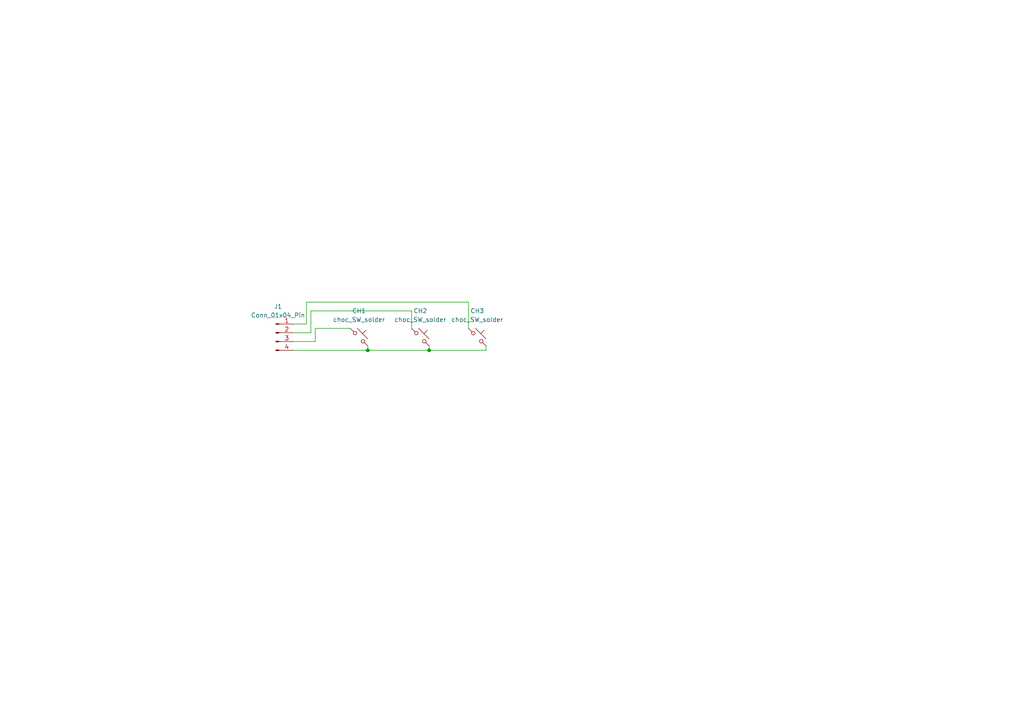
<source format=kicad_sch>
(kicad_sch (version 20230121) (generator eeschema)

  (uuid 19d20889-3562-4847-a775-636c399da5ee)

  (paper "A4")

  (lib_symbols
    (symbol "Connector:Conn_01x04_Pin" (pin_names (offset 1.016) hide) (in_bom yes) (on_board yes)
      (property "Reference" "J" (at 0 5.08 0)
        (effects (font (size 1.27 1.27)))
      )
      (property "Value" "Conn_01x04_Pin" (at 0 -7.62 0)
        (effects (font (size 1.27 1.27)))
      )
      (property "Footprint" "" (at 0 0 0)
        (effects (font (size 1.27 1.27)) hide)
      )
      (property "Datasheet" "~" (at 0 0 0)
        (effects (font (size 1.27 1.27)) hide)
      )
      (property "ki_locked" "" (at 0 0 0)
        (effects (font (size 1.27 1.27)))
      )
      (property "ki_keywords" "connector" (at 0 0 0)
        (effects (font (size 1.27 1.27)) hide)
      )
      (property "ki_description" "Generic connector, single row, 01x04, script generated" (at 0 0 0)
        (effects (font (size 1.27 1.27)) hide)
      )
      (property "ki_fp_filters" "Connector*:*_1x??_*" (at 0 0 0)
        (effects (font (size 1.27 1.27)) hide)
      )
      (symbol "Conn_01x04_Pin_1_1"
        (polyline
          (pts
            (xy 1.27 -5.08)
            (xy 0.8636 -5.08)
          )
          (stroke (width 0.1524) (type default))
          (fill (type none))
        )
        (polyline
          (pts
            (xy 1.27 -2.54)
            (xy 0.8636 -2.54)
          )
          (stroke (width 0.1524) (type default))
          (fill (type none))
        )
        (polyline
          (pts
            (xy 1.27 0)
            (xy 0.8636 0)
          )
          (stroke (width 0.1524) (type default))
          (fill (type none))
        )
        (polyline
          (pts
            (xy 1.27 2.54)
            (xy 0.8636 2.54)
          )
          (stroke (width 0.1524) (type default))
          (fill (type none))
        )
        (rectangle (start 0.8636 -4.953) (end 0 -5.207)
          (stroke (width 0.1524) (type default))
          (fill (type outline))
        )
        (rectangle (start 0.8636 -2.413) (end 0 -2.667)
          (stroke (width 0.1524) (type default))
          (fill (type outline))
        )
        (rectangle (start 0.8636 0.127) (end 0 -0.127)
          (stroke (width 0.1524) (type default))
          (fill (type outline))
        )
        (rectangle (start 0.8636 2.667) (end 0 2.413)
          (stroke (width 0.1524) (type default))
          (fill (type outline))
        )
        (pin passive line (at 5.08 2.54 180) (length 3.81)
          (name "Pin_1" (effects (font (size 1.27 1.27))))
          (number "1" (effects (font (size 1.27 1.27))))
        )
        (pin passive line (at 5.08 0 180) (length 3.81)
          (name "Pin_2" (effects (font (size 1.27 1.27))))
          (number "2" (effects (font (size 1.27 1.27))))
        )
        (pin passive line (at 5.08 -2.54 180) (length 3.81)
          (name "Pin_3" (effects (font (size 1.27 1.27))))
          (number "3" (effects (font (size 1.27 1.27))))
        )
        (pin passive line (at 5.08 -5.08 180) (length 3.81)
          (name "Pin_4" (effects (font (size 1.27 1.27))))
          (number "4" (effects (font (size 1.27 1.27))))
        )
      )
    )
    (symbol "PCM_marbastlib-choc:choc_SW_solder" (pin_numbers hide) (pin_names (offset 1.016) hide) (in_bom yes) (on_board yes)
      (property "Reference" "CH" (at 3.048 1.016 0)
        (effects (font (size 1.27 1.27)) (justify left))
      )
      (property "Value" "choc_SW_solder" (at 0 -3.81 0)
        (effects (font (size 1.27 1.27)))
      )
      (property "Footprint" "PCM_marbastlib-choc:SW_choc_v1_1u" (at 0 0 0)
        (effects (font (size 1.27 1.27)) hide)
      )
      (property "Datasheet" "~" (at 0 0 0)
        (effects (font (size 1.27 1.27)) hide)
      )
      (property "ki_keywords" "switch normally-open pushbutton push-button" (at 0 0 0)
        (effects (font (size 1.27 1.27)) hide)
      )
      (property "ki_description" "Push button switch, normally open, two pins, 45° tilted" (at 0 0 0)
        (effects (font (size 1.27 1.27)) hide)
      )
      (symbol "choc_SW_solder_0_1"
        (circle (center -1.1684 1.1684) (radius 0.508)
          (stroke (width 0) (type default))
          (fill (type none))
        )
        (polyline
          (pts
            (xy -0.508 2.54)
            (xy 2.54 -0.508)
          )
          (stroke (width 0) (type default))
          (fill (type none))
        )
        (polyline
          (pts
            (xy 1.016 1.016)
            (xy 2.032 2.032)
          )
          (stroke (width 0) (type default))
          (fill (type none))
        )
        (polyline
          (pts
            (xy -2.54 2.54)
            (xy -1.524 1.524)
            (xy -1.524 1.524)
          )
          (stroke (width 0) (type default))
          (fill (type none))
        )
        (polyline
          (pts
            (xy 1.524 -1.524)
            (xy 2.54 -2.54)
            (xy 2.54 -2.54)
            (xy 2.54 -2.54)
          )
          (stroke (width 0) (type default))
          (fill (type none))
        )
        (circle (center 1.143 -1.1938) (radius 0.508)
          (stroke (width 0) (type default))
          (fill (type none))
        )
        (pin passive line (at -2.54 2.54 0) (length 0)
          (name "1" (effects (font (size 1.27 1.27))))
          (number "1" (effects (font (size 1.27 1.27))))
        )
        (pin passive line (at 2.54 -2.54 180) (length 0)
          (name "2" (effects (font (size 1.27 1.27))))
          (number "2" (effects (font (size 1.27 1.27))))
        )
      )
    )
  )

  (junction (at 106.68 101.6) (diameter 0) (color 0 0 0 0)
    (uuid 580bd0e4-ddf4-4e4e-b7e5-b4cf2a00476e)
  )
  (junction (at 124.46 101.6) (diameter 0) (color 0 0 0 0)
    (uuid 984f4e21-7655-41b6-a570-33572ae00af5)
  )

  (wire (pts (xy 106.68 101.6) (xy 106.68 100.33))
    (stroke (width 0) (type default))
    (uuid 0c92b4c0-371b-4fd5-a5d9-90e8bd5d2f45)
  )
  (wire (pts (xy 124.46 101.6) (xy 140.97 101.6))
    (stroke (width 0) (type default))
    (uuid 1a524e19-2ec9-4dd3-a6e2-3130753de4d7)
  )
  (wire (pts (xy 101.6 95.25) (xy 91.44 95.25))
    (stroke (width 0) (type default))
    (uuid 2c6ada92-3350-411f-959d-01ccb9ecccaf)
  )
  (wire (pts (xy 91.44 99.06) (xy 85.09 99.06))
    (stroke (width 0) (type default))
    (uuid 352dd76f-f427-4e52-95d9-7e10ba09d37d)
  )
  (wire (pts (xy 106.68 101.6) (xy 124.46 101.6))
    (stroke (width 0) (type default))
    (uuid 3c89bd96-5ed2-472f-8b81-cded813de999)
  )
  (wire (pts (xy 119.38 90.17) (xy 90.17 90.17))
    (stroke (width 0) (type default))
    (uuid 4a5bb662-4a7d-438a-9444-52ee36a0d080)
  )
  (wire (pts (xy 90.17 96.52) (xy 85.09 96.52))
    (stroke (width 0) (type default))
    (uuid 4f494b64-e470-4714-8c82-d6763d7df561)
  )
  (wire (pts (xy 85.09 101.6) (xy 106.68 101.6))
    (stroke (width 0) (type default))
    (uuid 558f1cad-1075-41a1-b300-1852894e4ef4)
  )
  (wire (pts (xy 135.89 87.63) (xy 88.9 87.63))
    (stroke (width 0) (type default))
    (uuid 57986fb1-eb5a-45d1-92c2-f33b16a17925)
  )
  (wire (pts (xy 90.17 90.17) (xy 90.17 96.52))
    (stroke (width 0) (type default))
    (uuid 6fb60098-db04-4774-95b1-1d4f18928113)
  )
  (wire (pts (xy 88.9 87.63) (xy 88.9 93.98))
    (stroke (width 0) (type default))
    (uuid 8aa94573-c3db-45cf-8d20-6e724879382c)
  )
  (wire (pts (xy 135.89 95.25) (xy 135.89 87.63))
    (stroke (width 0) (type default))
    (uuid a4d1d362-44c0-4214-af61-6627b02332d5)
  )
  (wire (pts (xy 124.46 101.6) (xy 124.46 100.33))
    (stroke (width 0) (type default))
    (uuid b04996f2-87da-4cea-8a63-c00fabd0e91d)
  )
  (wire (pts (xy 140.97 101.6) (xy 140.97 100.33))
    (stroke (width 0) (type default))
    (uuid c937e296-ba32-44e1-9d12-a6812fe5ddd2)
  )
  (wire (pts (xy 88.9 93.98) (xy 85.09 93.98))
    (stroke (width 0) (type default))
    (uuid cf7611a7-36f6-4848-bc71-17e1841e9807)
  )
  (wire (pts (xy 91.44 95.25) (xy 91.44 99.06))
    (stroke (width 0) (type default))
    (uuid d38ede5b-7221-4b1b-93ce-50c1242ed785)
  )
  (wire (pts (xy 119.38 95.25) (xy 119.38 90.17))
    (stroke (width 0) (type default))
    (uuid ef879ac9-100a-48cf-a18f-172ad1d1e133)
  )

  (symbol (lib_id "Connector:Conn_01x04_Pin") (at 80.01 96.52 0) (unit 1)
    (in_bom yes) (on_board yes) (dnp no) (fields_autoplaced)
    (uuid 44e0071d-d6ff-42f8-b0d1-b1783493f315)
    (property "Reference" "J1" (at 80.645 88.9 0)
      (effects (font (size 1.27 1.27)))
    )
    (property "Value" "Conn_01x04_Pin" (at 80.645 91.44 0)
      (effects (font (size 1.27 1.27)))
    )
    (property "Footprint" "Connector_PinSocket_2.54mm:PinSocket_1x04_P2.54mm_Vertical" (at 80.01 96.52 0)
      (effects (font (size 1.27 1.27)) hide)
    )
    (property "Datasheet" "~" (at 80.01 96.52 0)
      (effects (font (size 1.27 1.27)) hide)
    )
    (pin "1" (uuid 353dc5eb-77f3-4b14-be15-eb843cd04568))
    (pin "2" (uuid 2d2b0b78-82e7-45e6-93b9-030bcff02c2b))
    (pin "3" (uuid 899b5f34-f17d-47b9-8f8b-6e2fa8bcb481))
    (pin "4" (uuid 5faba401-39f1-44de-8426-ade2b1b63c7b))
    (instances
      (project "DJH_Choc_Mini"
        (path "/19d20889-3562-4847-a775-636c399da5ee"
          (reference "J1") (unit 1)
        )
      )
    )
  )

  (symbol (lib_id "PCM_marbastlib-choc:choc_SW_solder") (at 121.92 97.79 0) (unit 1)
    (in_bom yes) (on_board yes) (dnp no) (fields_autoplaced)
    (uuid 7c8f2c29-b2ac-4244-9496-192a0a5747a1)
    (property "Reference" "CH2" (at 121.92 90.17 0)
      (effects (font (size 1.27 1.27)))
    )
    (property "Value" "choc_SW_solder" (at 121.92 92.71 0)
      (effects (font (size 1.27 1.27)))
    )
    (property "Footprint" "PCM_Switch_Keyboard_Kailh:SW_Kailh_Choc_Mini" (at 121.92 97.79 0)
      (effects (font (size 1.27 1.27)) hide)
    )
    (property "Datasheet" "~" (at 121.92 97.79 0)
      (effects (font (size 1.27 1.27)) hide)
    )
    (pin "1" (uuid 63f3209e-5350-4eb7-b1e1-0d95766cf658))
    (pin "2" (uuid f7f8e0cf-d729-4d5d-b30c-a656f15d7921))
    (instances
      (project "DJH_Choc_Mini"
        (path "/19d20889-3562-4847-a775-636c399da5ee"
          (reference "CH2") (unit 1)
        )
      )
    )
  )

  (symbol (lib_id "PCM_marbastlib-choc:choc_SW_solder") (at 138.43 97.79 0) (unit 1)
    (in_bom yes) (on_board yes) (dnp no) (fields_autoplaced)
    (uuid cb59b05e-9969-47ab-b670-690edcee03a0)
    (property "Reference" "CH3" (at 138.43 90.17 0)
      (effects (font (size 1.27 1.27)))
    )
    (property "Value" "choc_SW_solder" (at 138.43 92.71 0)
      (effects (font (size 1.27 1.27)))
    )
    (property "Footprint" "PCM_Switch_Keyboard_Kailh:SW_Kailh_Choc_Mini" (at 138.43 97.79 0)
      (effects (font (size 1.27 1.27)) hide)
    )
    (property "Datasheet" "~" (at 138.43 97.79 0)
      (effects (font (size 1.27 1.27)) hide)
    )
    (pin "1" (uuid b7b907dd-fd63-469a-bd85-5ca022fc92db))
    (pin "2" (uuid c91bca3b-eb0d-4cdf-8ab8-3ef874389825))
    (instances
      (project "DJH_Choc_Mini"
        (path "/19d20889-3562-4847-a775-636c399da5ee"
          (reference "CH3") (unit 1)
        )
      )
    )
  )

  (symbol (lib_id "PCM_marbastlib-choc:choc_SW_solder") (at 104.14 97.79 0) (unit 1)
    (in_bom yes) (on_board yes) (dnp no) (fields_autoplaced)
    (uuid fe7ff700-18ce-4e94-934d-380a51836c79)
    (property "Reference" "CH1" (at 104.14 90.17 0)
      (effects (font (size 1.27 1.27)))
    )
    (property "Value" "choc_SW_solder" (at 104.14 92.71 0)
      (effects (font (size 1.27 1.27)))
    )
    (property "Footprint" "PCM_Switch_Keyboard_Kailh:SW_Kailh_Choc_Mini" (at 104.14 97.79 0)
      (effects (font (size 1.27 1.27)) hide)
    )
    (property "Datasheet" "~" (at 104.14 97.79 0)
      (effects (font (size 1.27 1.27)) hide)
    )
    (pin "1" (uuid f2121919-2c26-4880-b57e-95584e61a59d))
    (pin "2" (uuid 4ccf5786-ff8b-4cbd-ae39-d1ba9b5e29cd))
    (instances
      (project "DJH_Choc_Mini"
        (path "/19d20889-3562-4847-a775-636c399da5ee"
          (reference "CH1") (unit 1)
        )
      )
    )
  )

  (sheet_instances
    (path "/" (page "1"))
  )
)

</source>
